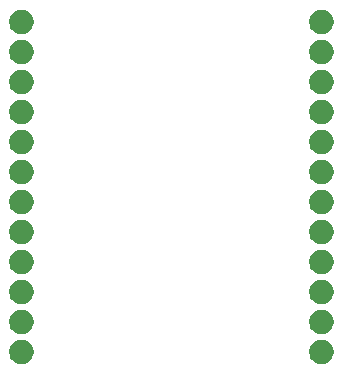
<source format=gbr>
G04 #@! TF.GenerationSoftware,KiCad,Pcbnew,(5.0.2)-1*
G04 #@! TF.CreationDate,2019-10-09T16:14:47+02:00*
G04 #@! TF.ProjectId,esp32-lifepo4,65737033-322d-46c6-9966-65706f342e6b,rev?*
G04 #@! TF.SameCoordinates,Original*
G04 #@! TF.FileFunction,Soldermask,Bot*
G04 #@! TF.FilePolarity,Negative*
%FSLAX46Y46*%
G04 Gerber Fmt 4.6, Leading zero omitted, Abs format (unit mm)*
G04 Created by KiCad (PCBNEW (5.0.2)-1) date 09/10/2019 16:14:47*
%MOMM*%
%LPD*%
G01*
G04 APERTURE LIST*
%ADD10C,0.150000*%
G04 APERTURE END LIST*
D10*
G36*
X170483765Y-98058620D02*
X170673289Y-98137123D01*
X170843855Y-98251092D01*
X170988908Y-98396145D01*
X171102877Y-98566711D01*
X171181380Y-98756235D01*
X171221400Y-98957430D01*
X171221400Y-99162570D01*
X171181380Y-99363765D01*
X171102877Y-99553289D01*
X170988908Y-99723855D01*
X170843855Y-99868908D01*
X170673289Y-99982877D01*
X170483765Y-100061380D01*
X170282570Y-100101400D01*
X170077430Y-100101400D01*
X169876235Y-100061380D01*
X169686711Y-99982877D01*
X169516145Y-99868908D01*
X169371092Y-99723855D01*
X169257123Y-99553289D01*
X169178620Y-99363765D01*
X169138600Y-99162570D01*
X169138600Y-98957430D01*
X169178620Y-98756235D01*
X169257123Y-98566711D01*
X169371092Y-98396145D01*
X169516145Y-98251092D01*
X169686711Y-98137123D01*
X169876235Y-98058620D01*
X170077430Y-98018600D01*
X170282570Y-98018600D01*
X170483765Y-98058620D01*
X170483765Y-98058620D01*
G37*
G36*
X145083765Y-98058620D02*
X145273289Y-98137123D01*
X145443855Y-98251092D01*
X145588908Y-98396145D01*
X145702877Y-98566711D01*
X145781380Y-98756235D01*
X145821400Y-98957430D01*
X145821400Y-99162570D01*
X145781380Y-99363765D01*
X145702877Y-99553289D01*
X145588908Y-99723855D01*
X145443855Y-99868908D01*
X145273289Y-99982877D01*
X145083765Y-100061380D01*
X144882570Y-100101400D01*
X144677430Y-100101400D01*
X144476235Y-100061380D01*
X144286711Y-99982877D01*
X144116145Y-99868908D01*
X143971092Y-99723855D01*
X143857123Y-99553289D01*
X143778620Y-99363765D01*
X143738600Y-99162570D01*
X143738600Y-98957430D01*
X143778620Y-98756235D01*
X143857123Y-98566711D01*
X143971092Y-98396145D01*
X144116145Y-98251092D01*
X144286711Y-98137123D01*
X144476235Y-98058620D01*
X144677430Y-98018600D01*
X144882570Y-98018600D01*
X145083765Y-98058620D01*
X145083765Y-98058620D01*
G37*
G36*
X145083765Y-95518620D02*
X145273289Y-95597123D01*
X145443855Y-95711092D01*
X145588908Y-95856145D01*
X145702877Y-96026711D01*
X145781380Y-96216235D01*
X145821400Y-96417430D01*
X145821400Y-96622570D01*
X145781380Y-96823765D01*
X145702877Y-97013289D01*
X145588908Y-97183855D01*
X145443855Y-97328908D01*
X145273289Y-97442877D01*
X145083765Y-97521380D01*
X144882570Y-97561400D01*
X144677430Y-97561400D01*
X144476235Y-97521380D01*
X144286711Y-97442877D01*
X144116145Y-97328908D01*
X143971092Y-97183855D01*
X143857123Y-97013289D01*
X143778620Y-96823765D01*
X143738600Y-96622570D01*
X143738600Y-96417430D01*
X143778620Y-96216235D01*
X143857123Y-96026711D01*
X143971092Y-95856145D01*
X144116145Y-95711092D01*
X144286711Y-95597123D01*
X144476235Y-95518620D01*
X144677430Y-95478600D01*
X144882570Y-95478600D01*
X145083765Y-95518620D01*
X145083765Y-95518620D01*
G37*
G36*
X170483765Y-95518620D02*
X170673289Y-95597123D01*
X170843855Y-95711092D01*
X170988908Y-95856145D01*
X171102877Y-96026711D01*
X171181380Y-96216235D01*
X171221400Y-96417430D01*
X171221400Y-96622570D01*
X171181380Y-96823765D01*
X171102877Y-97013289D01*
X170988908Y-97183855D01*
X170843855Y-97328908D01*
X170673289Y-97442877D01*
X170483765Y-97521380D01*
X170282570Y-97561400D01*
X170077430Y-97561400D01*
X169876235Y-97521380D01*
X169686711Y-97442877D01*
X169516145Y-97328908D01*
X169371092Y-97183855D01*
X169257123Y-97013289D01*
X169178620Y-96823765D01*
X169138600Y-96622570D01*
X169138600Y-96417430D01*
X169178620Y-96216235D01*
X169257123Y-96026711D01*
X169371092Y-95856145D01*
X169516145Y-95711092D01*
X169686711Y-95597123D01*
X169876235Y-95518620D01*
X170077430Y-95478600D01*
X170282570Y-95478600D01*
X170483765Y-95518620D01*
X170483765Y-95518620D01*
G37*
G36*
X170483765Y-92978620D02*
X170673289Y-93057123D01*
X170843855Y-93171092D01*
X170988908Y-93316145D01*
X171102877Y-93486711D01*
X171181380Y-93676235D01*
X171221400Y-93877430D01*
X171221400Y-94082570D01*
X171181380Y-94283765D01*
X171102877Y-94473289D01*
X170988908Y-94643855D01*
X170843855Y-94788908D01*
X170673289Y-94902877D01*
X170483765Y-94981380D01*
X170282570Y-95021400D01*
X170077430Y-95021400D01*
X169876235Y-94981380D01*
X169686711Y-94902877D01*
X169516145Y-94788908D01*
X169371092Y-94643855D01*
X169257123Y-94473289D01*
X169178620Y-94283765D01*
X169138600Y-94082570D01*
X169138600Y-93877430D01*
X169178620Y-93676235D01*
X169257123Y-93486711D01*
X169371092Y-93316145D01*
X169516145Y-93171092D01*
X169686711Y-93057123D01*
X169876235Y-92978620D01*
X170077430Y-92938600D01*
X170282570Y-92938600D01*
X170483765Y-92978620D01*
X170483765Y-92978620D01*
G37*
G36*
X145083765Y-92978620D02*
X145273289Y-93057123D01*
X145443855Y-93171092D01*
X145588908Y-93316145D01*
X145702877Y-93486711D01*
X145781380Y-93676235D01*
X145821400Y-93877430D01*
X145821400Y-94082570D01*
X145781380Y-94283765D01*
X145702877Y-94473289D01*
X145588908Y-94643855D01*
X145443855Y-94788908D01*
X145273289Y-94902877D01*
X145083765Y-94981380D01*
X144882570Y-95021400D01*
X144677430Y-95021400D01*
X144476235Y-94981380D01*
X144286711Y-94902877D01*
X144116145Y-94788908D01*
X143971092Y-94643855D01*
X143857123Y-94473289D01*
X143778620Y-94283765D01*
X143738600Y-94082570D01*
X143738600Y-93877430D01*
X143778620Y-93676235D01*
X143857123Y-93486711D01*
X143971092Y-93316145D01*
X144116145Y-93171092D01*
X144286711Y-93057123D01*
X144476235Y-92978620D01*
X144677430Y-92938600D01*
X144882570Y-92938600D01*
X145083765Y-92978620D01*
X145083765Y-92978620D01*
G37*
G36*
X170483765Y-90438620D02*
X170673289Y-90517123D01*
X170843855Y-90631092D01*
X170988908Y-90776145D01*
X171102877Y-90946711D01*
X171181380Y-91136235D01*
X171221400Y-91337430D01*
X171221400Y-91542570D01*
X171181380Y-91743765D01*
X171102877Y-91933289D01*
X170988908Y-92103855D01*
X170843855Y-92248908D01*
X170673289Y-92362877D01*
X170483765Y-92441380D01*
X170282570Y-92481400D01*
X170077430Y-92481400D01*
X169876235Y-92441380D01*
X169686711Y-92362877D01*
X169516145Y-92248908D01*
X169371092Y-92103855D01*
X169257123Y-91933289D01*
X169178620Y-91743765D01*
X169138600Y-91542570D01*
X169138600Y-91337430D01*
X169178620Y-91136235D01*
X169257123Y-90946711D01*
X169371092Y-90776145D01*
X169516145Y-90631092D01*
X169686711Y-90517123D01*
X169876235Y-90438620D01*
X170077430Y-90398600D01*
X170282570Y-90398600D01*
X170483765Y-90438620D01*
X170483765Y-90438620D01*
G37*
G36*
X145083765Y-90438620D02*
X145273289Y-90517123D01*
X145443855Y-90631092D01*
X145588908Y-90776145D01*
X145702877Y-90946711D01*
X145781380Y-91136235D01*
X145821400Y-91337430D01*
X145821400Y-91542570D01*
X145781380Y-91743765D01*
X145702877Y-91933289D01*
X145588908Y-92103855D01*
X145443855Y-92248908D01*
X145273289Y-92362877D01*
X145083765Y-92441380D01*
X144882570Y-92481400D01*
X144677430Y-92481400D01*
X144476235Y-92441380D01*
X144286711Y-92362877D01*
X144116145Y-92248908D01*
X143971092Y-92103855D01*
X143857123Y-91933289D01*
X143778620Y-91743765D01*
X143738600Y-91542570D01*
X143738600Y-91337430D01*
X143778620Y-91136235D01*
X143857123Y-90946711D01*
X143971092Y-90776145D01*
X144116145Y-90631092D01*
X144286711Y-90517123D01*
X144476235Y-90438620D01*
X144677430Y-90398600D01*
X144882570Y-90398600D01*
X145083765Y-90438620D01*
X145083765Y-90438620D01*
G37*
G36*
X170483765Y-87898620D02*
X170673289Y-87977123D01*
X170843855Y-88091092D01*
X170988908Y-88236145D01*
X171102877Y-88406711D01*
X171181380Y-88596235D01*
X171221400Y-88797430D01*
X171221400Y-89002570D01*
X171181380Y-89203765D01*
X171102877Y-89393289D01*
X170988908Y-89563855D01*
X170843855Y-89708908D01*
X170673289Y-89822877D01*
X170483765Y-89901380D01*
X170282570Y-89941400D01*
X170077430Y-89941400D01*
X169876235Y-89901380D01*
X169686711Y-89822877D01*
X169516145Y-89708908D01*
X169371092Y-89563855D01*
X169257123Y-89393289D01*
X169178620Y-89203765D01*
X169138600Y-89002570D01*
X169138600Y-88797430D01*
X169178620Y-88596235D01*
X169257123Y-88406711D01*
X169371092Y-88236145D01*
X169516145Y-88091092D01*
X169686711Y-87977123D01*
X169876235Y-87898620D01*
X170077430Y-87858600D01*
X170282570Y-87858600D01*
X170483765Y-87898620D01*
X170483765Y-87898620D01*
G37*
G36*
X145083765Y-87898620D02*
X145273289Y-87977123D01*
X145443855Y-88091092D01*
X145588908Y-88236145D01*
X145702877Y-88406711D01*
X145781380Y-88596235D01*
X145821400Y-88797430D01*
X145821400Y-89002570D01*
X145781380Y-89203765D01*
X145702877Y-89393289D01*
X145588908Y-89563855D01*
X145443855Y-89708908D01*
X145273289Y-89822877D01*
X145083765Y-89901380D01*
X144882570Y-89941400D01*
X144677430Y-89941400D01*
X144476235Y-89901380D01*
X144286711Y-89822877D01*
X144116145Y-89708908D01*
X143971092Y-89563855D01*
X143857123Y-89393289D01*
X143778620Y-89203765D01*
X143738600Y-89002570D01*
X143738600Y-88797430D01*
X143778620Y-88596235D01*
X143857123Y-88406711D01*
X143971092Y-88236145D01*
X144116145Y-88091092D01*
X144286711Y-87977123D01*
X144476235Y-87898620D01*
X144677430Y-87858600D01*
X144882570Y-87858600D01*
X145083765Y-87898620D01*
X145083765Y-87898620D01*
G37*
G36*
X170483765Y-85358620D02*
X170673289Y-85437123D01*
X170843855Y-85551092D01*
X170988908Y-85696145D01*
X171102877Y-85866711D01*
X171181380Y-86056235D01*
X171221400Y-86257430D01*
X171221400Y-86462570D01*
X171181380Y-86663765D01*
X171102877Y-86853289D01*
X170988908Y-87023855D01*
X170843855Y-87168908D01*
X170673289Y-87282877D01*
X170483765Y-87361380D01*
X170282570Y-87401400D01*
X170077430Y-87401400D01*
X169876235Y-87361380D01*
X169686711Y-87282877D01*
X169516145Y-87168908D01*
X169371092Y-87023855D01*
X169257123Y-86853289D01*
X169178620Y-86663765D01*
X169138600Y-86462570D01*
X169138600Y-86257430D01*
X169178620Y-86056235D01*
X169257123Y-85866711D01*
X169371092Y-85696145D01*
X169516145Y-85551092D01*
X169686711Y-85437123D01*
X169876235Y-85358620D01*
X170077430Y-85318600D01*
X170282570Y-85318600D01*
X170483765Y-85358620D01*
X170483765Y-85358620D01*
G37*
G36*
X145083765Y-85358620D02*
X145273289Y-85437123D01*
X145443855Y-85551092D01*
X145588908Y-85696145D01*
X145702877Y-85866711D01*
X145781380Y-86056235D01*
X145821400Y-86257430D01*
X145821400Y-86462570D01*
X145781380Y-86663765D01*
X145702877Y-86853289D01*
X145588908Y-87023855D01*
X145443855Y-87168908D01*
X145273289Y-87282877D01*
X145083765Y-87361380D01*
X144882570Y-87401400D01*
X144677430Y-87401400D01*
X144476235Y-87361380D01*
X144286711Y-87282877D01*
X144116145Y-87168908D01*
X143971092Y-87023855D01*
X143857123Y-86853289D01*
X143778620Y-86663765D01*
X143738600Y-86462570D01*
X143738600Y-86257430D01*
X143778620Y-86056235D01*
X143857123Y-85866711D01*
X143971092Y-85696145D01*
X144116145Y-85551092D01*
X144286711Y-85437123D01*
X144476235Y-85358620D01*
X144677430Y-85318600D01*
X144882570Y-85318600D01*
X145083765Y-85358620D01*
X145083765Y-85358620D01*
G37*
G36*
X145083765Y-82818620D02*
X145273289Y-82897123D01*
X145443855Y-83011092D01*
X145588908Y-83156145D01*
X145702877Y-83326711D01*
X145781380Y-83516235D01*
X145821400Y-83717430D01*
X145821400Y-83922570D01*
X145781380Y-84123765D01*
X145702877Y-84313289D01*
X145588908Y-84483855D01*
X145443855Y-84628908D01*
X145273289Y-84742877D01*
X145083765Y-84821380D01*
X144882570Y-84861400D01*
X144677430Y-84861400D01*
X144476235Y-84821380D01*
X144286711Y-84742877D01*
X144116145Y-84628908D01*
X143971092Y-84483855D01*
X143857123Y-84313289D01*
X143778620Y-84123765D01*
X143738600Y-83922570D01*
X143738600Y-83717430D01*
X143778620Y-83516235D01*
X143857123Y-83326711D01*
X143971092Y-83156145D01*
X144116145Y-83011092D01*
X144286711Y-82897123D01*
X144476235Y-82818620D01*
X144677430Y-82778600D01*
X144882570Y-82778600D01*
X145083765Y-82818620D01*
X145083765Y-82818620D01*
G37*
G36*
X170483765Y-82818620D02*
X170673289Y-82897123D01*
X170843855Y-83011092D01*
X170988908Y-83156145D01*
X171102877Y-83326711D01*
X171181380Y-83516235D01*
X171221400Y-83717430D01*
X171221400Y-83922570D01*
X171181380Y-84123765D01*
X171102877Y-84313289D01*
X170988908Y-84483855D01*
X170843855Y-84628908D01*
X170673289Y-84742877D01*
X170483765Y-84821380D01*
X170282570Y-84861400D01*
X170077430Y-84861400D01*
X169876235Y-84821380D01*
X169686711Y-84742877D01*
X169516145Y-84628908D01*
X169371092Y-84483855D01*
X169257123Y-84313289D01*
X169178620Y-84123765D01*
X169138600Y-83922570D01*
X169138600Y-83717430D01*
X169178620Y-83516235D01*
X169257123Y-83326711D01*
X169371092Y-83156145D01*
X169516145Y-83011092D01*
X169686711Y-82897123D01*
X169876235Y-82818620D01*
X170077430Y-82778600D01*
X170282570Y-82778600D01*
X170483765Y-82818620D01*
X170483765Y-82818620D01*
G37*
G36*
X145083765Y-80278620D02*
X145273289Y-80357123D01*
X145443855Y-80471092D01*
X145588908Y-80616145D01*
X145702877Y-80786711D01*
X145781380Y-80976235D01*
X145821400Y-81177430D01*
X145821400Y-81382570D01*
X145781380Y-81583765D01*
X145702877Y-81773289D01*
X145588908Y-81943855D01*
X145443855Y-82088908D01*
X145273289Y-82202877D01*
X145083765Y-82281380D01*
X144882570Y-82321400D01*
X144677430Y-82321400D01*
X144476235Y-82281380D01*
X144286711Y-82202877D01*
X144116145Y-82088908D01*
X143971092Y-81943855D01*
X143857123Y-81773289D01*
X143778620Y-81583765D01*
X143738600Y-81382570D01*
X143738600Y-81177430D01*
X143778620Y-80976235D01*
X143857123Y-80786711D01*
X143971092Y-80616145D01*
X144116145Y-80471092D01*
X144286711Y-80357123D01*
X144476235Y-80278620D01*
X144677430Y-80238600D01*
X144882570Y-80238600D01*
X145083765Y-80278620D01*
X145083765Y-80278620D01*
G37*
G36*
X170483765Y-80278620D02*
X170673289Y-80357123D01*
X170843855Y-80471092D01*
X170988908Y-80616145D01*
X171102877Y-80786711D01*
X171181380Y-80976235D01*
X171221400Y-81177430D01*
X171221400Y-81382570D01*
X171181380Y-81583765D01*
X171102877Y-81773289D01*
X170988908Y-81943855D01*
X170843855Y-82088908D01*
X170673289Y-82202877D01*
X170483765Y-82281380D01*
X170282570Y-82321400D01*
X170077430Y-82321400D01*
X169876235Y-82281380D01*
X169686711Y-82202877D01*
X169516145Y-82088908D01*
X169371092Y-81943855D01*
X169257123Y-81773289D01*
X169178620Y-81583765D01*
X169138600Y-81382570D01*
X169138600Y-81177430D01*
X169178620Y-80976235D01*
X169257123Y-80786711D01*
X169371092Y-80616145D01*
X169516145Y-80471092D01*
X169686711Y-80357123D01*
X169876235Y-80278620D01*
X170077430Y-80238600D01*
X170282570Y-80238600D01*
X170483765Y-80278620D01*
X170483765Y-80278620D01*
G37*
G36*
X145083765Y-77738620D02*
X145273289Y-77817123D01*
X145443855Y-77931092D01*
X145588908Y-78076145D01*
X145702877Y-78246711D01*
X145781380Y-78436235D01*
X145821400Y-78637430D01*
X145821400Y-78842570D01*
X145781380Y-79043765D01*
X145702877Y-79233289D01*
X145588908Y-79403855D01*
X145443855Y-79548908D01*
X145273289Y-79662877D01*
X145083765Y-79741380D01*
X144882570Y-79781400D01*
X144677430Y-79781400D01*
X144476235Y-79741380D01*
X144286711Y-79662877D01*
X144116145Y-79548908D01*
X143971092Y-79403855D01*
X143857123Y-79233289D01*
X143778620Y-79043765D01*
X143738600Y-78842570D01*
X143738600Y-78637430D01*
X143778620Y-78436235D01*
X143857123Y-78246711D01*
X143971092Y-78076145D01*
X144116145Y-77931092D01*
X144286711Y-77817123D01*
X144476235Y-77738620D01*
X144677430Y-77698600D01*
X144882570Y-77698600D01*
X145083765Y-77738620D01*
X145083765Y-77738620D01*
G37*
G36*
X170483765Y-77738620D02*
X170673289Y-77817123D01*
X170843855Y-77931092D01*
X170988908Y-78076145D01*
X171102877Y-78246711D01*
X171181380Y-78436235D01*
X171221400Y-78637430D01*
X171221400Y-78842570D01*
X171181380Y-79043765D01*
X171102877Y-79233289D01*
X170988908Y-79403855D01*
X170843855Y-79548908D01*
X170673289Y-79662877D01*
X170483765Y-79741380D01*
X170282570Y-79781400D01*
X170077430Y-79781400D01*
X169876235Y-79741380D01*
X169686711Y-79662877D01*
X169516145Y-79548908D01*
X169371092Y-79403855D01*
X169257123Y-79233289D01*
X169178620Y-79043765D01*
X169138600Y-78842570D01*
X169138600Y-78637430D01*
X169178620Y-78436235D01*
X169257123Y-78246711D01*
X169371092Y-78076145D01*
X169516145Y-77931092D01*
X169686711Y-77817123D01*
X169876235Y-77738620D01*
X170077430Y-77698600D01*
X170282570Y-77698600D01*
X170483765Y-77738620D01*
X170483765Y-77738620D01*
G37*
G36*
X170483765Y-75198620D02*
X170673289Y-75277123D01*
X170843855Y-75391092D01*
X170988908Y-75536145D01*
X171102877Y-75706711D01*
X171181380Y-75896235D01*
X171221400Y-76097430D01*
X171221400Y-76302570D01*
X171181380Y-76503765D01*
X171102877Y-76693289D01*
X170988908Y-76863855D01*
X170843855Y-77008908D01*
X170673289Y-77122877D01*
X170483765Y-77201380D01*
X170282570Y-77241400D01*
X170077430Y-77241400D01*
X169876235Y-77201380D01*
X169686711Y-77122877D01*
X169516145Y-77008908D01*
X169371092Y-76863855D01*
X169257123Y-76693289D01*
X169178620Y-76503765D01*
X169138600Y-76302570D01*
X169138600Y-76097430D01*
X169178620Y-75896235D01*
X169257123Y-75706711D01*
X169371092Y-75536145D01*
X169516145Y-75391092D01*
X169686711Y-75277123D01*
X169876235Y-75198620D01*
X170077430Y-75158600D01*
X170282570Y-75158600D01*
X170483765Y-75198620D01*
X170483765Y-75198620D01*
G37*
G36*
X145083765Y-75198620D02*
X145273289Y-75277123D01*
X145443855Y-75391092D01*
X145588908Y-75536145D01*
X145702877Y-75706711D01*
X145781380Y-75896235D01*
X145821400Y-76097430D01*
X145821400Y-76302570D01*
X145781380Y-76503765D01*
X145702877Y-76693289D01*
X145588908Y-76863855D01*
X145443855Y-77008908D01*
X145273289Y-77122877D01*
X145083765Y-77201380D01*
X144882570Y-77241400D01*
X144677430Y-77241400D01*
X144476235Y-77201380D01*
X144286711Y-77122877D01*
X144116145Y-77008908D01*
X143971092Y-76863855D01*
X143857123Y-76693289D01*
X143778620Y-76503765D01*
X143738600Y-76302570D01*
X143738600Y-76097430D01*
X143778620Y-75896235D01*
X143857123Y-75706711D01*
X143971092Y-75536145D01*
X144116145Y-75391092D01*
X144286711Y-75277123D01*
X144476235Y-75198620D01*
X144677430Y-75158600D01*
X144882570Y-75158600D01*
X145083765Y-75198620D01*
X145083765Y-75198620D01*
G37*
G36*
X170483765Y-72658620D02*
X170673289Y-72737123D01*
X170843855Y-72851092D01*
X170988908Y-72996145D01*
X171102877Y-73166711D01*
X171181380Y-73356235D01*
X171221400Y-73557430D01*
X171221400Y-73762570D01*
X171181380Y-73963765D01*
X171102877Y-74153289D01*
X170988908Y-74323855D01*
X170843855Y-74468908D01*
X170673289Y-74582877D01*
X170483765Y-74661380D01*
X170282570Y-74701400D01*
X170077430Y-74701400D01*
X169876235Y-74661380D01*
X169686711Y-74582877D01*
X169516145Y-74468908D01*
X169371092Y-74323855D01*
X169257123Y-74153289D01*
X169178620Y-73963765D01*
X169138600Y-73762570D01*
X169138600Y-73557430D01*
X169178620Y-73356235D01*
X169257123Y-73166711D01*
X169371092Y-72996145D01*
X169516145Y-72851092D01*
X169686711Y-72737123D01*
X169876235Y-72658620D01*
X170077430Y-72618600D01*
X170282570Y-72618600D01*
X170483765Y-72658620D01*
X170483765Y-72658620D01*
G37*
G36*
X145083765Y-72658620D02*
X145273289Y-72737123D01*
X145443855Y-72851092D01*
X145588908Y-72996145D01*
X145702877Y-73166711D01*
X145781380Y-73356235D01*
X145821400Y-73557430D01*
X145821400Y-73762570D01*
X145781380Y-73963765D01*
X145702877Y-74153289D01*
X145588908Y-74323855D01*
X145443855Y-74468908D01*
X145273289Y-74582877D01*
X145083765Y-74661380D01*
X144882570Y-74701400D01*
X144677430Y-74701400D01*
X144476235Y-74661380D01*
X144286711Y-74582877D01*
X144116145Y-74468908D01*
X143971092Y-74323855D01*
X143857123Y-74153289D01*
X143778620Y-73963765D01*
X143738600Y-73762570D01*
X143738600Y-73557430D01*
X143778620Y-73356235D01*
X143857123Y-73166711D01*
X143971092Y-72996145D01*
X144116145Y-72851092D01*
X144286711Y-72737123D01*
X144476235Y-72658620D01*
X144677430Y-72618600D01*
X144882570Y-72618600D01*
X145083765Y-72658620D01*
X145083765Y-72658620D01*
G37*
G36*
X170483765Y-70118620D02*
X170673289Y-70197123D01*
X170843855Y-70311092D01*
X170988908Y-70456145D01*
X171102877Y-70626711D01*
X171181380Y-70816235D01*
X171221400Y-71017430D01*
X171221400Y-71222570D01*
X171181380Y-71423765D01*
X171102877Y-71613289D01*
X170988908Y-71783855D01*
X170843855Y-71928908D01*
X170673289Y-72042877D01*
X170483765Y-72121380D01*
X170282570Y-72161400D01*
X170077430Y-72161400D01*
X169876235Y-72121380D01*
X169686711Y-72042877D01*
X169516145Y-71928908D01*
X169371092Y-71783855D01*
X169257123Y-71613289D01*
X169178620Y-71423765D01*
X169138600Y-71222570D01*
X169138600Y-71017430D01*
X169178620Y-70816235D01*
X169257123Y-70626711D01*
X169371092Y-70456145D01*
X169516145Y-70311092D01*
X169686711Y-70197123D01*
X169876235Y-70118620D01*
X170077430Y-70078600D01*
X170282570Y-70078600D01*
X170483765Y-70118620D01*
X170483765Y-70118620D01*
G37*
G36*
X145083765Y-70118620D02*
X145273289Y-70197123D01*
X145443855Y-70311092D01*
X145588908Y-70456145D01*
X145702877Y-70626711D01*
X145781380Y-70816235D01*
X145821400Y-71017430D01*
X145821400Y-71222570D01*
X145781380Y-71423765D01*
X145702877Y-71613289D01*
X145588908Y-71783855D01*
X145443855Y-71928908D01*
X145273289Y-72042877D01*
X145083765Y-72121380D01*
X144882570Y-72161400D01*
X144677430Y-72161400D01*
X144476235Y-72121380D01*
X144286711Y-72042877D01*
X144116145Y-71928908D01*
X143971092Y-71783855D01*
X143857123Y-71613289D01*
X143778620Y-71423765D01*
X143738600Y-71222570D01*
X143738600Y-71017430D01*
X143778620Y-70816235D01*
X143857123Y-70626711D01*
X143971092Y-70456145D01*
X144116145Y-70311092D01*
X144286711Y-70197123D01*
X144476235Y-70118620D01*
X144677430Y-70078600D01*
X144882570Y-70078600D01*
X145083765Y-70118620D01*
X145083765Y-70118620D01*
G37*
M02*

</source>
